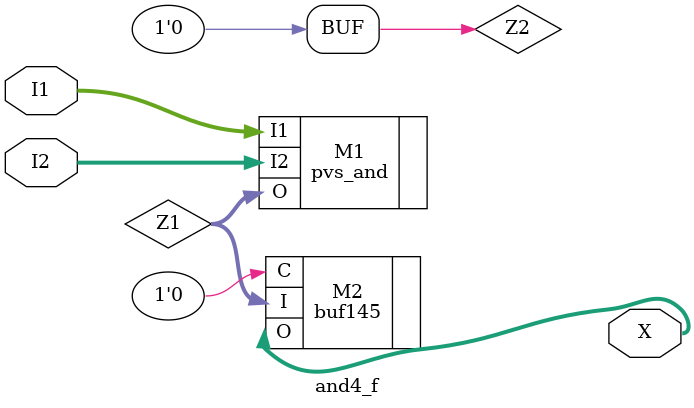
<source format=v>
module and4_f (I1,I2,X); // and gate for the final circuit
  input[3:0] I1,I2;
  output[4:0] X;
  wire[3:0] Z1;
  assign Z2 = 1'b0; // calling structures of 4 bit and gate and the concatenation buffer
  pvs_and M1 (
   .I1(I1),
   .I2(I2),
   .O(Z1)
   );
  buf145 M2 (
   .C(Z2),
   .I(Z1),
   .O(X)
   );
 endmodule

</source>
